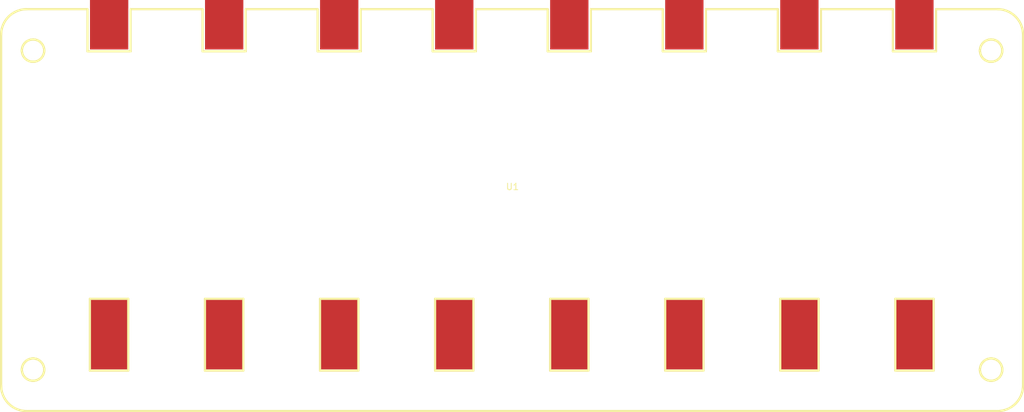
<source format=kicad_pcb>
(kicad_pcb (version 20211014) (generator pcbnew)
  (layers (0 "F.Cu" signal) (31 "B.Cu" signal) (34 "B.Paste" user) (35 "F.Paste" user) (36 "B.SilkS" user "B.Silkscreen") (37 "F.SilkS" user "F.Silkscreen") (38 "B.Mask" user) (39 "F.Mask" user) (44 "Edge.Cuts" user))
  (net 0 "")
  (footprint "RpiZero:8_battery_celss" (layer "F.Cu") (at 128.778 88.265)
    (fp_text reference "U1" (at 0 -0.5 unlocked) (layer "F.SilkS"))
    (fp_text value "8_cells_battery")
    (pad "1" smd rect (at -63.17 22.62) (size 6 11) (layers "F.Cu" "F.Paste" "F.Mask"))
    (pad "2" smd rect (at -45.154286 22.62) (size 6 11) (layers "F.Cu" "F.Paste" "F.Mask"))
    (pad "3" smd rect (at -27.138572 22.62) (size 6 11) (layers "F.Cu" "F.Paste" "F.Mask"))
    (pad "4" smd rect (at -9.122858 22.62) (size 6 11) (layers "F.Cu" "F.Paste" "F.Mask"))
    (pad "5" smd rect (at 8.892856 22.62) (size 6 11) (layers "F.Cu" "F.Paste" "F.Mask"))
    (pad "6" smd rect (at 26.90857 22.62) (size 6 11) (layers "F.Cu" "F.Paste" "F.Mask"))
    (pad "7" smd rect (at 44.924284 22.62) (size 6 11) (layers "F.Cu" "F.Paste" "F.Mask"))
    (pad "8" smd rect (at 62.94 22.62) (size 6 11) (layers "F.Cu" "F.Paste" "F.Mask"))
    (pad "9" smd rect (at 62.93 -25.9) (size 6 7.75) (layers "F.Cu" "F.Paste" "F.Mask"))
    (pad "10" smd rect (at 44.918568 -25.9) (size 6 7.75) (layers "F.Cu" "F.Paste" "F.Mask"))
    (pad "11" smd rect (at 26.90714 -25.9) (size 6 7.75) (layers "F.Cu" "F.Paste" "F.Mask"))
    (pad "12" smd rect (at 8.895712 -25.9) (size 6 7.75) (layers "F.Cu" "F.Paste" "F.Mask"))
    (pad "13" smd rect (at -9.115716 -25.9) (size 6 7.75) (layers "F.Cu" "F.Paste" "F.Mask"))
    (pad "14" smd rect (at -27.127144 -25.9) (size 6 7.75) (layers "F.Cu" "F.Paste" "F.Mask"))
    (pad "15" smd rect (at -45.138572 -25.9) (size 6 7.75) (layers "F.Cu" "F.Paste" "F.Mask"))
    (pad "16" smd rect (at -63.15 -25.9) (size 6 7.75) (layers "F.Cu" "F.Paste" "F.Mask"))
  )
)
</source>
